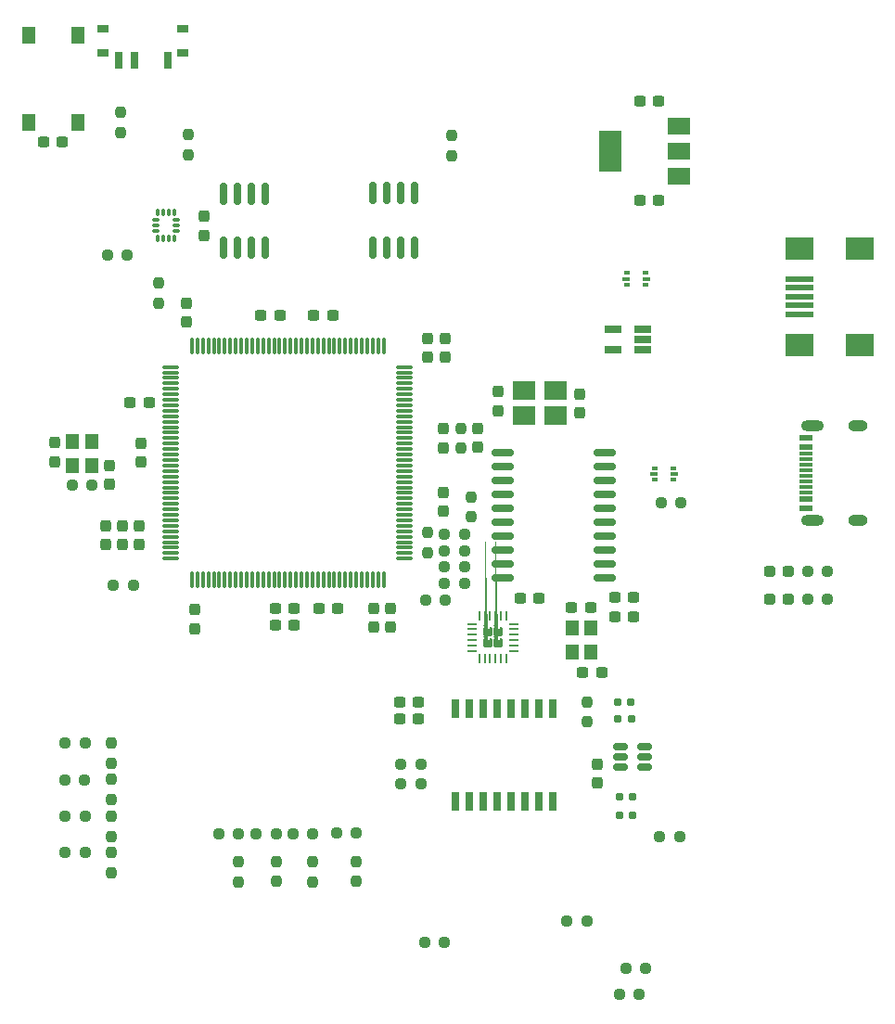
<source format=gbr>
%TF.GenerationSoftware,KiCad,Pcbnew,7.0.7*%
%TF.CreationDate,2024-04-15T16:49:56-05:00*%
%TF.ProjectId,Rev2.1,52657632-2e31-42e6-9b69-6361645f7063,rev?*%
%TF.SameCoordinates,Original*%
%TF.FileFunction,Paste,Top*%
%TF.FilePolarity,Positive*%
%FSLAX46Y46*%
G04 Gerber Fmt 4.6, Leading zero omitted, Abs format (unit mm)*
G04 Created by KiCad (PCBNEW 7.0.7) date 2024-04-15 16:49:56*
%MOMM*%
%LPD*%
G01*
G04 APERTURE LIST*
G04 Aperture macros list*
%AMRoundRect*
0 Rectangle with rounded corners*
0 $1 Rounding radius*
0 $2 $3 $4 $5 $6 $7 $8 $9 X,Y pos of 4 corners*
0 Add a 4 corners polygon primitive as box body*
4,1,4,$2,$3,$4,$5,$6,$7,$8,$9,$2,$3,0*
0 Add four circle primitives for the rounded corners*
1,1,$1+$1,$2,$3*
1,1,$1+$1,$4,$5*
1,1,$1+$1,$6,$7*
1,1,$1+$1,$8,$9*
0 Add four rect primitives between the rounded corners*
20,1,$1+$1,$2,$3,$4,$5,0*
20,1,$1+$1,$4,$5,$6,$7,0*
20,1,$1+$1,$6,$7,$8,$9,0*
20,1,$1+$1,$8,$9,$2,$3,0*%
%AMFreePoly0*
4,1,57,0.211049,0.458455,0.230584,0.458455,0.247503,0.448686,0.266375,0.443630,0.280189,0.429815,0.297109,0.420047,0.420048,0.297109,0.429817,0.280187,0.443630,0.266375,0.448686,0.247503,0.458455,0.230584,0.458455,0.211048,0.463512,0.192176,0.463512,-0.192176,0.458455,-0.211048,0.458455,-0.230584,0.448686,-0.247503,0.443630,-0.266375,0.429817,-0.280187,0.420048,-0.297109,
0.297109,-0.420047,0.280189,-0.429815,0.266375,-0.443630,0.247503,-0.448686,0.230584,-0.458455,0.211049,-0.458455,0.192176,-0.463512,-0.192176,-0.463512,-0.211049,-0.458455,-0.230584,-0.458455,-0.247503,-0.448686,-0.266375,-0.443630,-0.280187,-0.429817,-0.297109,-0.420048,-0.420047,-0.297109,-0.429815,-0.280189,-0.443630,-0.266375,-0.448686,-0.247503,-0.458455,-0.230584,-0.458455,-0.211048,
-0.463512,-0.192176,-0.463512,0.192176,-0.458455,0.211048,-0.458455,0.230584,-0.448686,0.247503,-0.443630,0.266375,-0.429815,0.280189,-0.420047,0.297109,-0.297109,0.420048,-0.280187,0.429817,-0.266375,0.443630,-0.247503,0.448686,-0.230584,0.458455,-0.211049,0.458455,-0.192176,0.463512,0.192176,0.463512,0.211049,0.458455,0.211049,0.458455,$1*%
G04 Aperture macros list end*
%ADD10RoundRect,0.237500X0.300000X0.237500X-0.300000X0.237500X-0.300000X-0.237500X0.300000X-0.237500X0*%
%ADD11RoundRect,0.237500X0.237500X-0.300000X0.237500X0.300000X-0.237500X0.300000X-0.237500X-0.300000X0*%
%ADD12RoundRect,0.160000X0.197500X0.160000X-0.197500X0.160000X-0.197500X-0.160000X0.197500X-0.160000X0*%
%ADD13RoundRect,0.237500X0.237500X-0.250000X0.237500X0.250000X-0.237500X0.250000X-0.237500X-0.250000X0*%
%ADD14RoundRect,0.150000X-0.875000X-0.150000X0.875000X-0.150000X0.875000X0.150000X-0.875000X0.150000X0*%
%ADD15RoundRect,0.237500X0.287500X0.237500X-0.287500X0.237500X-0.287500X-0.237500X0.287500X-0.237500X0*%
%ADD16RoundRect,0.237500X-0.300000X-0.237500X0.300000X-0.237500X0.300000X0.237500X-0.300000X0.237500X0*%
%ADD17R,2.500000X0.500000*%
%ADD18R,2.500000X2.000000*%
%ADD19RoundRect,0.237500X0.250000X0.237500X-0.250000X0.237500X-0.250000X-0.237500X0.250000X-0.237500X0*%
%ADD20RoundRect,0.237500X-0.237500X0.250000X-0.237500X-0.250000X0.237500X-0.250000X0.237500X0.250000X0*%
%ADD21RoundRect,0.150000X0.150000X-0.825000X0.150000X0.825000X-0.150000X0.825000X-0.150000X-0.825000X0*%
%ADD22RoundRect,0.237500X-0.237500X0.300000X-0.237500X-0.300000X0.237500X-0.300000X0.237500X0.300000X0*%
%ADD23RoundRect,0.237500X-0.250000X-0.237500X0.250000X-0.237500X0.250000X0.237500X-0.250000X0.237500X0*%
%ADD24R,1.150000X0.600000*%
%ADD25R,1.150000X0.300000*%
%ADD26O,2.100000X1.000000*%
%ADD27O,1.800000X1.000000*%
%ADD28R,1.200000X1.400000*%
%ADD29R,2.100000X1.800000*%
%ADD30R,0.760000X1.670000*%
%ADD31R,1.300000X1.550000*%
%ADD32FreePoly0,180.000000*%
%ADD33RoundRect,0.062500X0.375000X0.062500X-0.375000X0.062500X-0.375000X-0.062500X0.375000X-0.062500X0*%
%ADD34RoundRect,0.062500X0.062500X0.375000X-0.062500X0.375000X-0.062500X-0.375000X0.062500X-0.375000X0*%
%ADD35R,0.500000X0.375000*%
%ADD36R,0.650000X0.300000*%
%ADD37RoundRect,0.150000X0.512500X0.150000X-0.512500X0.150000X-0.512500X-0.150000X0.512500X-0.150000X0*%
%ADD38R,1.560000X0.650000*%
%ADD39RoundRect,0.075000X-0.662500X-0.075000X0.662500X-0.075000X0.662500X0.075000X-0.662500X0.075000X0*%
%ADD40RoundRect,0.075000X-0.075000X-0.662500X0.075000X-0.662500X0.075000X0.662500X-0.075000X0.662500X0*%
%ADD41RoundRect,0.087500X0.087500X-0.225000X0.087500X0.225000X-0.087500X0.225000X-0.087500X-0.225000X0*%
%ADD42RoundRect,0.087500X0.225000X-0.087500X0.225000X0.087500X-0.225000X0.087500X-0.225000X-0.087500X0*%
%ADD43R,1.000000X0.800000*%
%ADD44R,0.700000X1.500000*%
%ADD45R,2.000000X1.500000*%
%ADD46R,2.000000X3.800000*%
G04 APERTURE END LIST*
D10*
%TO.C,C6*%
X169600000Y-110725000D03*
X167875000Y-110725000D03*
%TD*%
D11*
%TO.C,C43*%
X124450000Y-105937500D03*
X124450000Y-104212500D03*
%TD*%
D12*
%TO.C,R32*%
X169372500Y-121875000D03*
X168177500Y-121875000D03*
%TD*%
D13*
%TO.C,R16*%
X144275000Y-136692500D03*
X144275000Y-134867500D03*
%TD*%
D14*
%TO.C,U7*%
X157685000Y-97560000D03*
X157685000Y-98830000D03*
X157685000Y-100100000D03*
X157685000Y-101370000D03*
X157685000Y-102640000D03*
X157685000Y-103910000D03*
X157685000Y-105180000D03*
X157685000Y-106450000D03*
X157685000Y-107720000D03*
X157685000Y-108990000D03*
X166985000Y-108990000D03*
X166985000Y-107720000D03*
X166985000Y-106450000D03*
X166985000Y-105180000D03*
X166985000Y-103910000D03*
X166985000Y-102640000D03*
X166985000Y-101370000D03*
X166985000Y-100100000D03*
X166985000Y-98830000D03*
X166985000Y-97560000D03*
%TD*%
D15*
%TO.C,D2*%
X183750000Y-108360000D03*
X182000000Y-108360000D03*
%TD*%
D16*
%TO.C,C39*%
X135562500Y-85000000D03*
X137287500Y-85000000D03*
%TD*%
D17*
%TO.C,J6*%
X184775000Y-84900000D03*
X184775000Y-84100000D03*
X184775000Y-83300000D03*
X184775000Y-82500000D03*
X184775000Y-81700000D03*
D18*
X184775000Y-87700000D03*
X190275000Y-87700000D03*
X184775000Y-78900000D03*
X190275000Y-78900000D03*
%TD*%
D19*
%TO.C,R28*%
X165312500Y-140300000D03*
X163487500Y-140300000D03*
%TD*%
D20*
%TO.C,R39*%
X150750000Y-104837500D03*
X150750000Y-106662500D03*
%TD*%
D21*
%TO.C,U4*%
X145795000Y-78800000D03*
X147065000Y-78800000D03*
X148335000Y-78800000D03*
X149605000Y-78800000D03*
X149605000Y-73850000D03*
X148335000Y-73850000D03*
X147065000Y-73850000D03*
X145795000Y-73850000D03*
%TD*%
D19*
%TO.C,R29*%
X173812500Y-132600000D03*
X171987500Y-132600000D03*
%TD*%
D15*
%TO.C,D1*%
X183750000Y-110950000D03*
X182000000Y-110950000D03*
%TD*%
D13*
%TO.C,R13*%
X133525000Y-136717500D03*
X133525000Y-134892500D03*
%TD*%
D22*
%TO.C,C5*%
X166300000Y-125962500D03*
X166300000Y-127687500D03*
%TD*%
D23*
%TO.C,R38*%
X152337500Y-106500000D03*
X154162500Y-106500000D03*
%TD*%
D24*
%TO.C,P2*%
X185320000Y-102600000D03*
X185320000Y-101800000D03*
D25*
X185320000Y-100650000D03*
X185320000Y-99650000D03*
X185320000Y-99150000D03*
X185320000Y-98150000D03*
D24*
X185320000Y-97000000D03*
X185320000Y-96200000D03*
X185320000Y-97000000D03*
D25*
X185320000Y-97650000D03*
X185320000Y-98650000D03*
X185320000Y-100150000D03*
X185320000Y-101150000D03*
D24*
X185320000Y-101800000D03*
D26*
X185895000Y-103720000D03*
D27*
X190075000Y-103720000D03*
D26*
X185895000Y-95080000D03*
D27*
X190075000Y-95080000D03*
%TD*%
D10*
%TO.C,C35*%
X142562500Y-111775000D03*
X140837500Y-111775000D03*
%TD*%
D19*
%TO.C,R36*%
X170112500Y-147000000D03*
X168287500Y-147000000D03*
%TD*%
D16*
%TO.C,C10*%
X164937500Y-117600000D03*
X166662500Y-117600000D03*
%TD*%
D28*
%TO.C,Y3*%
X164000000Y-113575000D03*
X164000000Y-115775000D03*
X165700000Y-115775000D03*
X165700000Y-113575000D03*
%TD*%
D22*
%TO.C,C37*%
X150825000Y-87137500D03*
X150825000Y-88862500D03*
%TD*%
D19*
%TO.C,R25*%
X152337500Y-142210000D03*
X150512500Y-142210000D03*
%TD*%
D13*
%TO.C,R14*%
X136975000Y-136667500D03*
X136975000Y-134842500D03*
%TD*%
D19*
%TO.C,R30*%
X170712500Y-144600000D03*
X168887500Y-144600000D03*
%TD*%
D23*
%TO.C,R10*%
X117667500Y-127400000D03*
X119492500Y-127400000D03*
%TD*%
%TO.C,R45*%
X121562500Y-79500000D03*
X123387500Y-79500000D03*
%TD*%
D10*
%TO.C,C12*%
X149937500Y-120285000D03*
X148212500Y-120285000D03*
%TD*%
D19*
%TO.C,R24*%
X144300000Y-132250000D03*
X142475000Y-132250000D03*
%TD*%
D16*
%TO.C,C32*%
X170137500Y-74500000D03*
X171862500Y-74500000D03*
%TD*%
D19*
%TO.C,R7*%
X187300000Y-108425000D03*
X185475000Y-108425000D03*
%TD*%
D20*
%TO.C,R35*%
X165350000Y-120287500D03*
X165350000Y-122112500D03*
%TD*%
D29*
%TO.C,Y1*%
X162475000Y-91875000D03*
X159575000Y-91875000D03*
X159575000Y-94175000D03*
X162475000Y-94175000D03*
%TD*%
D30*
%TO.C,T1*%
X162195000Y-120878000D03*
X160925000Y-120878000D03*
X159655000Y-120878000D03*
X158385000Y-120878000D03*
X157115000Y-120878000D03*
X155845000Y-120878000D03*
X154575000Y-120878000D03*
X153305000Y-120878000D03*
X153305000Y-129408000D03*
X154575000Y-129408000D03*
X155845000Y-129408000D03*
X157115000Y-129408000D03*
X158385000Y-129408000D03*
X159655000Y-129408000D03*
X160925000Y-129408000D03*
X162195000Y-129408000D03*
%TD*%
D20*
%TO.C,R18*%
X121905000Y-127387500D03*
X121905000Y-129212500D03*
%TD*%
D13*
%TO.C,R5*%
X153825000Y-97137500D03*
X153825000Y-95312500D03*
%TD*%
D23*
%TO.C,R42*%
X150587500Y-111000000D03*
X152412500Y-111000000D03*
%TD*%
D22*
%TO.C,C27*%
X116750000Y-96637500D03*
X116750000Y-98362500D03*
%TD*%
D31*
%TO.C,SW5*%
X114350000Y-67380000D03*
X114350000Y-59420000D03*
X118850000Y-67380000D03*
X118850000Y-59420000D03*
%TD*%
D19*
%TO.C,R22*%
X140312500Y-132305000D03*
X138487500Y-132305000D03*
%TD*%
D32*
%TO.C,U8*%
X157250000Y-114925000D03*
X157250000Y-113925000D03*
X156250000Y-114925000D03*
X156250000Y-113925000D03*
D33*
X158687500Y-115675000D03*
X158687500Y-115175000D03*
X158687500Y-114675000D03*
X158687500Y-114175000D03*
X158687500Y-113675000D03*
X158687500Y-113175000D03*
D34*
X158000000Y-112487500D03*
X157500000Y-112487500D03*
X157000000Y-112487500D03*
X156500000Y-112487500D03*
X156000000Y-112487500D03*
X155500000Y-112487500D03*
D33*
X154812500Y-113175000D03*
X154812500Y-113675000D03*
X154812500Y-114175000D03*
X154812500Y-114675000D03*
X154812500Y-115175000D03*
X154812500Y-115675000D03*
D34*
X155500000Y-116362500D03*
X156000000Y-116362500D03*
X156500000Y-116362500D03*
X157000000Y-116362500D03*
X157500000Y-116362500D03*
X158000000Y-116362500D03*
%TD*%
D10*
%TO.C,C34*%
X138612500Y-111775000D03*
X136887500Y-111775000D03*
%TD*%
D20*
%TO.C,R1*%
X128975000Y-68512500D03*
X128975000Y-70337500D03*
%TD*%
D11*
%TO.C,C31*%
X121775000Y-100462500D03*
X121775000Y-98737500D03*
%TD*%
%TO.C,C25*%
X124600000Y-98387500D03*
X124600000Y-96662500D03*
%TD*%
D22*
%TO.C,C36*%
X147400000Y-111762500D03*
X147400000Y-113487500D03*
%TD*%
D16*
%TO.C,C8*%
X159237500Y-110850000D03*
X160962500Y-110850000D03*
%TD*%
D20*
%TO.C,R2*%
X152975000Y-68612500D03*
X152975000Y-70437500D03*
%TD*%
D35*
%TO.C,U10*%
X170710000Y-82212500D03*
D36*
X170785000Y-81675000D03*
D35*
X170710000Y-81137500D03*
X169010000Y-81137500D03*
D36*
X168935000Y-81675000D03*
D35*
X169010000Y-82212500D03*
%TD*%
D23*
%TO.C,R44*%
X152337500Y-108000000D03*
X154162500Y-108000000D03*
%TD*%
D16*
%TO.C,C38*%
X140412500Y-85000000D03*
X142137500Y-85000000D03*
%TD*%
D37*
%TO.C,U12*%
X170637500Y-126275000D03*
X170637500Y-125325000D03*
X170637500Y-124375000D03*
X168362500Y-124375000D03*
X168362500Y-125325000D03*
X168362500Y-126275000D03*
%TD*%
D23*
%TO.C,R11*%
X117692500Y-130750000D03*
X119517500Y-130750000D03*
%TD*%
D19*
%TO.C,R43*%
X154162500Y-109500000D03*
X152337500Y-109500000D03*
%TD*%
D10*
%TO.C,C11*%
X149937500Y-121860000D03*
X148212500Y-121860000D03*
%TD*%
D23*
%TO.C,R9*%
X117680000Y-124055000D03*
X119505000Y-124055000D03*
%TD*%
%TO.C,R12*%
X117692500Y-134050000D03*
X119517500Y-134050000D03*
%TD*%
%TO.C,R37*%
X122112500Y-109675000D03*
X123937500Y-109675000D03*
%TD*%
D10*
%TO.C,C41*%
X125362500Y-93000000D03*
X123637500Y-93000000D03*
%TD*%
D38*
%TO.C,U9*%
X170435000Y-88150000D03*
X170435000Y-87200000D03*
X170435000Y-86250000D03*
X167735000Y-86250000D03*
X167735000Y-88150000D03*
%TD*%
D39*
%TO.C,U1*%
X127362500Y-89725000D03*
X127362500Y-90225000D03*
X127362500Y-90725000D03*
X127362500Y-91225000D03*
X127362500Y-91725000D03*
X127362500Y-92225000D03*
X127362500Y-92725000D03*
X127362500Y-93225000D03*
X127362500Y-93725000D03*
X127362500Y-94225000D03*
X127362500Y-94725000D03*
X127362500Y-95225000D03*
X127362500Y-95725000D03*
X127362500Y-96225000D03*
X127362500Y-96725000D03*
X127362500Y-97225000D03*
X127362500Y-97725000D03*
X127362500Y-98225000D03*
X127362500Y-98725000D03*
X127362500Y-99225000D03*
X127362500Y-99725000D03*
X127362500Y-100225000D03*
X127362500Y-100725000D03*
X127362500Y-101225000D03*
X127362500Y-101725000D03*
X127362500Y-102225000D03*
X127362500Y-102725000D03*
X127362500Y-103225000D03*
X127362500Y-103725000D03*
X127362500Y-104225000D03*
X127362500Y-104725000D03*
X127362500Y-105225000D03*
X127362500Y-105725000D03*
X127362500Y-106225000D03*
X127362500Y-106725000D03*
X127362500Y-107225000D03*
D40*
X129275000Y-109137500D03*
X129775000Y-109137500D03*
X130275000Y-109137500D03*
X130775000Y-109137500D03*
X131275000Y-109137500D03*
X131775000Y-109137500D03*
X132275000Y-109137500D03*
X132775000Y-109137500D03*
X133275000Y-109137500D03*
X133775000Y-109137500D03*
X134275000Y-109137500D03*
X134775000Y-109137500D03*
X135275000Y-109137500D03*
X135775000Y-109137500D03*
X136275000Y-109137500D03*
X136775000Y-109137500D03*
X137275000Y-109137500D03*
X137775000Y-109137500D03*
X138275000Y-109137500D03*
X138775000Y-109137500D03*
X139275000Y-109137500D03*
X139775000Y-109137500D03*
X140275000Y-109137500D03*
X140775000Y-109137500D03*
X141275000Y-109137500D03*
X141775000Y-109137500D03*
X142275000Y-109137500D03*
X142775000Y-109137500D03*
X143275000Y-109137500D03*
X143775000Y-109137500D03*
X144275000Y-109137500D03*
X144775000Y-109137500D03*
X145275000Y-109137500D03*
X145775000Y-109137500D03*
X146275000Y-109137500D03*
X146775000Y-109137500D03*
D39*
X148687500Y-107225000D03*
X148687500Y-106725000D03*
X148687500Y-106225000D03*
X148687500Y-105725000D03*
X148687500Y-105225000D03*
X148687500Y-104725000D03*
X148687500Y-104225000D03*
X148687500Y-103725000D03*
X148687500Y-103225000D03*
X148687500Y-102725000D03*
X148687500Y-102225000D03*
X148687500Y-101725000D03*
X148687500Y-101225000D03*
X148687500Y-100725000D03*
X148687500Y-100225000D03*
X148687500Y-99725000D03*
X148687500Y-99225000D03*
X148687500Y-98725000D03*
X148687500Y-98225000D03*
X148687500Y-97725000D03*
X148687500Y-97225000D03*
X148687500Y-96725000D03*
X148687500Y-96225000D03*
X148687500Y-95725000D03*
X148687500Y-95225000D03*
X148687500Y-94725000D03*
X148687500Y-94225000D03*
X148687500Y-93725000D03*
X148687500Y-93225000D03*
X148687500Y-92725000D03*
X148687500Y-92225000D03*
X148687500Y-91725000D03*
X148687500Y-91225000D03*
X148687500Y-90725000D03*
X148687500Y-90225000D03*
X148687500Y-89725000D03*
D40*
X146775000Y-87812500D03*
X146275000Y-87812500D03*
X145775000Y-87812500D03*
X145275000Y-87812500D03*
X144775000Y-87812500D03*
X144275000Y-87812500D03*
X143775000Y-87812500D03*
X143275000Y-87812500D03*
X142775000Y-87812500D03*
X142275000Y-87812500D03*
X141775000Y-87812500D03*
X141275000Y-87812500D03*
X140775000Y-87812500D03*
X140275000Y-87812500D03*
X139775000Y-87812500D03*
X139275000Y-87812500D03*
X138775000Y-87812500D03*
X138275000Y-87812500D03*
X137775000Y-87812500D03*
X137275000Y-87812500D03*
X136775000Y-87812500D03*
X136275000Y-87812500D03*
X135775000Y-87812500D03*
X135275000Y-87812500D03*
X134775000Y-87812500D03*
X134275000Y-87812500D03*
X133775000Y-87812500D03*
X133275000Y-87812500D03*
X132775000Y-87812500D03*
X132275000Y-87812500D03*
X131775000Y-87812500D03*
X131275000Y-87812500D03*
X130775000Y-87812500D03*
X130275000Y-87812500D03*
X129775000Y-87812500D03*
X129275000Y-87812500D03*
%TD*%
D13*
%TO.C,R15*%
X140300000Y-136717500D03*
X140300000Y-134892500D03*
%TD*%
D11*
%TO.C,C2*%
X155346400Y-97077700D03*
X155346400Y-95352700D03*
%TD*%
D19*
%TO.C,R26*%
X150162500Y-126000000D03*
X148337500Y-126000000D03*
%TD*%
D11*
%TO.C,C40*%
X128775000Y-85612500D03*
X128775000Y-83887500D03*
%TD*%
D19*
%TO.C,R8*%
X173912500Y-102125000D03*
X172087500Y-102125000D03*
%TD*%
D10*
%TO.C,C45*%
X117462500Y-69200000D03*
X115737500Y-69200000D03*
%TD*%
D19*
%TO.C,R4*%
X120162500Y-100500000D03*
X118337500Y-100500000D03*
%TD*%
D22*
%TO.C,C4*%
X164693600Y-92203100D03*
X164693600Y-93928100D03*
%TD*%
D20*
%TO.C,R19*%
X121930000Y-134062500D03*
X121930000Y-135887500D03*
%TD*%
D22*
%TO.C,C23*%
X152200000Y-95387500D03*
X152200000Y-97112500D03*
%TD*%
D12*
%TO.C,R33*%
X169497500Y-129000000D03*
X168302500Y-129000000D03*
%TD*%
D10*
%TO.C,C26*%
X171862500Y-65500000D03*
X170137500Y-65500000D03*
%TD*%
D23*
%TO.C,R41*%
X152337500Y-105000000D03*
X154162500Y-105000000D03*
%TD*%
D11*
%TO.C,C3*%
X157226000Y-93724900D03*
X157226000Y-91999900D03*
%TD*%
D19*
%TO.C,R27*%
X150162500Y-127750000D03*
X148337500Y-127750000D03*
%TD*%
D20*
%TO.C,R17*%
X121905000Y-124050000D03*
X121905000Y-125875000D03*
%TD*%
D22*
%TO.C,C33*%
X129500000Y-111887500D03*
X129500000Y-113612500D03*
%TD*%
D28*
%TO.C,Y2*%
X118400000Y-96550000D03*
X118400000Y-98750000D03*
X120100000Y-98750000D03*
X120100000Y-96550000D03*
%TD*%
D16*
%TO.C,C9*%
X163932500Y-111720000D03*
X165657500Y-111720000D03*
%TD*%
D12*
%TO.C,R31*%
X169322500Y-120350000D03*
X168127500Y-120350000D03*
%TD*%
D41*
%TO.C,U5*%
X126150000Y-77982500D03*
X126650000Y-77982500D03*
X127150000Y-77982500D03*
X127650000Y-77982500D03*
D42*
X127812500Y-77320000D03*
X127812500Y-76820000D03*
X127812500Y-76320000D03*
D41*
X127650000Y-75657500D03*
X127150000Y-75657500D03*
X126650000Y-75657500D03*
X126150000Y-75657500D03*
D42*
X125987500Y-76320000D03*
X125987500Y-76820000D03*
X125987500Y-77320000D03*
%TD*%
D11*
%TO.C,C30*%
X152375000Y-88862500D03*
X152375000Y-87137500D03*
%TD*%
D35*
%TO.C,U6*%
X173260000Y-100037500D03*
D36*
X173335000Y-99500000D03*
D35*
X173260000Y-98962500D03*
X171560000Y-98962500D03*
D36*
X171485000Y-99500000D03*
D35*
X171560000Y-100037500D03*
%TD*%
D10*
%TO.C,C7*%
X169600000Y-112550000D03*
X167875000Y-112550000D03*
%TD*%
D12*
%TO.C,R34*%
X169522500Y-130675000D03*
X168327500Y-130675000D03*
%TD*%
D13*
%TO.C,R3*%
X122800000Y-68312500D03*
X122800000Y-66487500D03*
%TD*%
D11*
%TO.C,C1*%
X130350000Y-77712500D03*
X130350000Y-75987500D03*
%TD*%
D19*
%TO.C,R21*%
X136962500Y-132305000D03*
X135137500Y-132305000D03*
%TD*%
%TO.C,R20*%
X133537500Y-132317500D03*
X131712500Y-132317500D03*
%TD*%
D11*
%TO.C,C44*%
X122900000Y-105937500D03*
X122900000Y-104212500D03*
%TD*%
D10*
%TO.C,C42*%
X138612500Y-113275000D03*
X136887500Y-113275000D03*
%TD*%
D20*
%TO.C,R40*%
X154750000Y-101587500D03*
X154750000Y-103412500D03*
%TD*%
D21*
%TO.C,U2*%
X132120000Y-78875000D03*
X133390000Y-78875000D03*
X134660000Y-78875000D03*
X135930000Y-78875000D03*
X135930000Y-73925000D03*
X134660000Y-73925000D03*
X133390000Y-73925000D03*
X132120000Y-73925000D03*
%TD*%
D43*
%TO.C,SW3*%
X128450000Y-61055000D03*
X128450000Y-58845000D03*
X121150000Y-61055000D03*
X121150000Y-58845000D03*
D44*
X127050000Y-61705000D03*
X124050000Y-61705000D03*
X122550000Y-61705000D03*
%TD*%
D22*
%TO.C,C28*%
X121400000Y-104212500D03*
X121400000Y-105937500D03*
%TD*%
D19*
%TO.C,R6*%
X187300000Y-110935000D03*
X185475000Y-110935000D03*
%TD*%
D20*
%TO.C,R23*%
X121930000Y-130737500D03*
X121930000Y-132562500D03*
%TD*%
D22*
%TO.C,C24*%
X152225000Y-101162500D03*
X152225000Y-102887500D03*
%TD*%
%TO.C,C29*%
X145875000Y-111762500D03*
X145875000Y-113487500D03*
%TD*%
D13*
%TO.C,R46*%
X126200000Y-83887500D03*
X126200000Y-82062500D03*
%TD*%
D45*
%TO.C,U3*%
X173725000Y-72325000D03*
X173725000Y-70025000D03*
D46*
X167425000Y-70025000D03*
D45*
X173725000Y-67725000D03*
%TD*%
M02*

</source>
